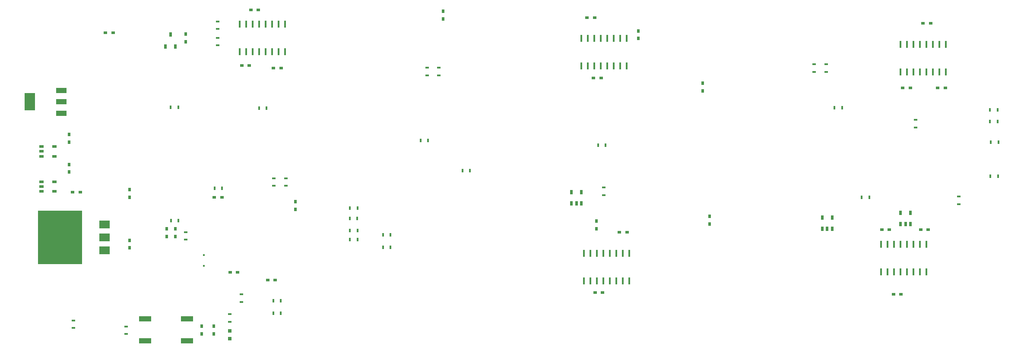
<source format=gbr>
G04 #@! TF.FileFunction,Paste,Top*
%FSLAX46Y46*%
G04 Gerber Fmt 4.6, Leading zero omitted, Abs format (unit mm)*
G04 Created by KiCad (PCBNEW 4.0.1-stable) date 12/11/2016 23:12:02*
%MOMM*%
G01*
G04 APERTURE LIST*
%ADD10C,0.100000*%
%ADD11R,0.360000X0.760000*%
%ADD12R,0.460000X1.360000*%
%ADD13R,0.560000X0.860000*%
%ADD14R,0.660000X0.610000*%
%ADD15R,0.760000X0.360000*%
%ADD16R,0.610000X0.660000*%
%ADD17R,0.657560X0.657560*%
%ADD18R,0.310000X0.450000*%
%ADD19R,0.510000X0.920000*%
%ADD20R,8.750000X10.528000*%
%ADD21R,2.146000X1.638000*%
%ADD22R,0.860000X0.110000*%
%ADD23R,0.110000X0.860000*%
%ADD24R,2.060000X1.060000*%
%ADD25R,2.060000X3.360000*%
%ADD26R,2.400000X1.130000*%
%ADD27R,0.960000X0.520000*%
G04 APERTURE END LIST*
D10*
D11*
X116828000Y49871800D03*
X115328000Y49871800D03*
D12*
X112058200Y65471000D03*
X113328200Y65471000D03*
X114598200Y65471000D03*
X115868200Y65471000D03*
X117138200Y65471000D03*
X118408200Y65471000D03*
X119678200Y65471000D03*
X120948200Y65471000D03*
X120948200Y70871000D03*
X119678200Y70871000D03*
X118408200Y70871000D03*
X117138200Y70871000D03*
X115868200Y70871000D03*
X114598200Y70871000D03*
X113328200Y70871000D03*
X112058200Y70871000D03*
D13*
X30564000Y69271000D03*
X32464000Y69271000D03*
X31514000Y71671000D03*
D12*
X53959000Y73671000D03*
X52689000Y73671000D03*
X51419000Y73671000D03*
X50149000Y73671000D03*
X48879000Y73671000D03*
X47609000Y73671000D03*
X46339000Y73671000D03*
X45069000Y73671000D03*
X45069000Y68271000D03*
X46339000Y68271000D03*
X47609000Y68271000D03*
X48879000Y68271000D03*
X50149000Y68271000D03*
X51419000Y68271000D03*
X52689000Y68271000D03*
X53959000Y68271000D03*
D14*
X20264000Y71971000D03*
X18764000Y71971000D03*
D15*
X34514000Y32821000D03*
X34514000Y31321000D03*
D16*
X30814000Y33471000D03*
X30814000Y31971000D03*
X32514000Y33471000D03*
X32514000Y31971000D03*
D14*
X45478000Y65569000D03*
X46978000Y65569000D03*
D16*
X137210800Y35940600D03*
X137210800Y34440600D03*
X85014000Y76221000D03*
X85014000Y74721000D03*
X135839200Y62051800D03*
X135839200Y60551800D03*
D14*
X173240000Y20611000D03*
X174740000Y20611000D03*
X114653200Y74971000D03*
X113153200Y74971000D03*
X172454000Y33311000D03*
X170954000Y33311000D03*
X180074000Y33311000D03*
X178574000Y33311000D03*
X181920000Y61151000D03*
X183420000Y61151000D03*
D16*
X23494000Y39691000D03*
X23494000Y41191000D03*
X23514000Y29721000D03*
X23514000Y31221000D03*
X34514000Y70221000D03*
X34514000Y71721000D03*
D17*
X43114000Y11921700D03*
X43114000Y13420300D03*
D18*
X38100000Y26160000D03*
X38100000Y28270000D03*
D11*
X66664000Y35471000D03*
X68164000Y35471000D03*
X66714000Y37571000D03*
X68214000Y37571000D03*
X66714000Y33171000D03*
X68214000Y33171000D03*
X66714000Y31321000D03*
X68214000Y31321000D03*
D15*
X12514000Y15471000D03*
X12514000Y13971000D03*
X22865080Y14294720D03*
X22865080Y12794720D03*
D11*
X41664000Y41471000D03*
X40164000Y41471000D03*
D15*
X43114000Y16671000D03*
X43114000Y15171000D03*
D11*
X33064000Y57371000D03*
X31564000Y57371000D03*
D15*
X45466000Y19099000D03*
X45466000Y20599000D03*
D11*
X90259600Y44944200D03*
X88759600Y44944200D03*
X80530000Y50837000D03*
X82030000Y50837000D03*
X168503600Y39661000D03*
X167003600Y39661000D03*
X163174000Y57251000D03*
X161674000Y57251000D03*
D15*
X186029600Y38301400D03*
X186029600Y39801400D03*
D11*
X51664000Y16871000D03*
X53164000Y16871000D03*
X51664000Y19371000D03*
X53164000Y19371000D03*
D12*
X112551800Y23264600D03*
X113821800Y23264600D03*
X115091800Y23264600D03*
X116361800Y23264600D03*
X117631800Y23264600D03*
X118901800Y23264600D03*
X120171800Y23264600D03*
X121441800Y23264600D03*
X121441800Y28664600D03*
X120171800Y28664600D03*
X118901800Y28664600D03*
X117631800Y28664600D03*
X116361800Y28664600D03*
X115091800Y28664600D03*
X113821800Y28664600D03*
X112551800Y28664600D03*
X170815000Y25023000D03*
X172085000Y25023000D03*
X173355000Y25023000D03*
X174625000Y25023000D03*
X175895000Y25023000D03*
X177165000Y25023000D03*
X178435000Y25023000D03*
X179705000Y25023000D03*
X179705000Y30423000D03*
X178435000Y30423000D03*
X177165000Y30423000D03*
X175895000Y30423000D03*
X174625000Y30423000D03*
X173355000Y30423000D03*
X172085000Y30423000D03*
X170815000Y30423000D03*
D19*
X110149600Y38510200D03*
X111099600Y38510200D03*
X112049600Y38510200D03*
X112049600Y40710200D03*
X110149600Y40710200D03*
D20*
X9849800Y31815000D03*
D21*
X18612800Y31815000D03*
X18612800Y29275000D03*
X18612800Y34355000D03*
D12*
X183559000Y69693000D03*
X182289000Y69693000D03*
X181019000Y69693000D03*
X179749000Y69693000D03*
X178479000Y69693000D03*
X177209000Y69693000D03*
X175939000Y69693000D03*
X174669000Y69693000D03*
X174669000Y64293000D03*
X175939000Y64293000D03*
X177209000Y64293000D03*
X178479000Y64293000D03*
X179749000Y64293000D03*
X181019000Y64293000D03*
X182289000Y64293000D03*
X183559000Y64293000D03*
D19*
X174664000Y34371000D03*
X175614000Y34371000D03*
X176564000Y34371000D03*
X176564000Y36571000D03*
X174664000Y36571000D03*
X159324000Y33481000D03*
X160274000Y33481000D03*
X161224000Y33481000D03*
X161224000Y35681000D03*
X159324000Y35681000D03*
D22*
X41798000Y37315000D03*
X41798000Y36815000D03*
X41798000Y36315000D03*
X41798000Y35815000D03*
X41798000Y35315000D03*
X41798000Y34815000D03*
X41798000Y34315000D03*
X41798000Y33815000D03*
X41798000Y33315000D03*
X41798000Y32815000D03*
X41798000Y32315000D03*
X41798000Y31815000D03*
X41798000Y31315000D03*
X41798000Y30815000D03*
X41798000Y30315000D03*
X41798000Y29815000D03*
D23*
X43748000Y27865000D03*
X44248000Y27865000D03*
X44748000Y27865000D03*
X45248000Y27865000D03*
X45748000Y27865000D03*
X46248000Y27865000D03*
X46748000Y27865000D03*
X47248000Y27865000D03*
X47748000Y27865000D03*
X48248000Y27865000D03*
X48748000Y27865000D03*
X49248000Y27865000D03*
X49748000Y27865000D03*
X50248000Y27865000D03*
X50748000Y27865000D03*
X51248000Y27865000D03*
D22*
X53198000Y29815000D03*
X53198000Y30315000D03*
X53198000Y30815000D03*
X53198000Y31315000D03*
X53198000Y31815000D03*
X53198000Y32315000D03*
X53198000Y32815000D03*
X53198000Y33315000D03*
X53198000Y33815000D03*
X53198000Y34315000D03*
X53198000Y34815000D03*
X53198000Y35315000D03*
X53198000Y35815000D03*
X53198000Y36315000D03*
X53198000Y36815000D03*
X53198000Y37315000D03*
D23*
X51248000Y39265000D03*
X50748000Y39265000D03*
X50248000Y39265000D03*
X49748000Y39265000D03*
X49248000Y39265000D03*
X48748000Y39265000D03*
X48248000Y39265000D03*
X47748000Y39265000D03*
X47248000Y39265000D03*
X46748000Y39265000D03*
X46248000Y39265000D03*
X45748000Y39265000D03*
X45248000Y39265000D03*
X44748000Y39265000D03*
X44248000Y39265000D03*
X43748000Y39265000D03*
D14*
X43192000Y24929000D03*
X44692000Y24929000D03*
X40132000Y39661000D03*
X41632000Y39661000D03*
X50564600Y23407600D03*
X52064600Y23407600D03*
D16*
X55976200Y38825400D03*
X55976200Y37325400D03*
D14*
X114746800Y20964600D03*
X116246800Y20964600D03*
X115953200Y63071000D03*
X114453200Y63071000D03*
X47264000Y76471000D03*
X48764000Y76471000D03*
D16*
X39992300Y14350600D03*
X39992300Y12850600D03*
X37673280Y14350600D03*
X37673280Y12850600D03*
D14*
X121005600Y32803000D03*
X119505600Y32803000D03*
D16*
X115011200Y33475400D03*
X115011200Y34975400D03*
X123240800Y70876200D03*
X123240800Y72376200D03*
D14*
X175062000Y61151000D03*
X176562000Y61151000D03*
X180564000Y73871000D03*
X179064000Y73871000D03*
D11*
X48864000Y57171000D03*
X50364000Y57171000D03*
D15*
X116433600Y40079400D03*
X116433600Y41579400D03*
X177614000Y54901000D03*
X177614000Y53401000D03*
D11*
X31614000Y35121000D03*
X33114000Y35121000D03*
D14*
X51714000Y65071000D03*
X53214000Y65071000D03*
D16*
X11634000Y50521000D03*
X11634000Y52021000D03*
D15*
X81814000Y63621000D03*
X81814000Y65121000D03*
X84114000Y63621000D03*
X84114000Y65121000D03*
D11*
X74664000Y29871000D03*
X73164000Y29871000D03*
X74664000Y32271000D03*
X73164000Y32271000D03*
D15*
X157714000Y64321000D03*
X157714000Y65821000D03*
X160114000Y64321000D03*
X160114000Y65821000D03*
D11*
X192274000Y43801000D03*
X193774000Y43801000D03*
X192364000Y50471000D03*
X193864000Y50471000D03*
D15*
X40814000Y71021000D03*
X40814000Y69521000D03*
X40814000Y72721000D03*
X40814000Y74221000D03*
D11*
X192164000Y54571000D03*
X193664000Y54571000D03*
X193664000Y56871000D03*
X192164000Y56871000D03*
D15*
X54114000Y43421000D03*
X54114000Y41921000D03*
X51814000Y43421000D03*
X51814000Y41921000D03*
D24*
X10114000Y56171000D03*
X10114000Y58471000D03*
X10114000Y60671000D03*
D25*
X3914000Y58471000D03*
D26*
X26540000Y11471000D03*
X34798000Y11471000D03*
X26540000Y15789000D03*
X34798000Y15789000D03*
D16*
X11614000Y46121000D03*
X11614000Y44621000D03*
D14*
X12364000Y40631000D03*
X13864000Y40631000D03*
D27*
X6214000Y40821000D03*
X6214000Y41771000D03*
X6214000Y42721000D03*
X8814000Y42721000D03*
X8814000Y40821000D03*
X6214000Y47721000D03*
X6214000Y48671000D03*
X6214000Y49621000D03*
X8814000Y49621000D03*
X8814000Y47721000D03*
M02*

</source>
